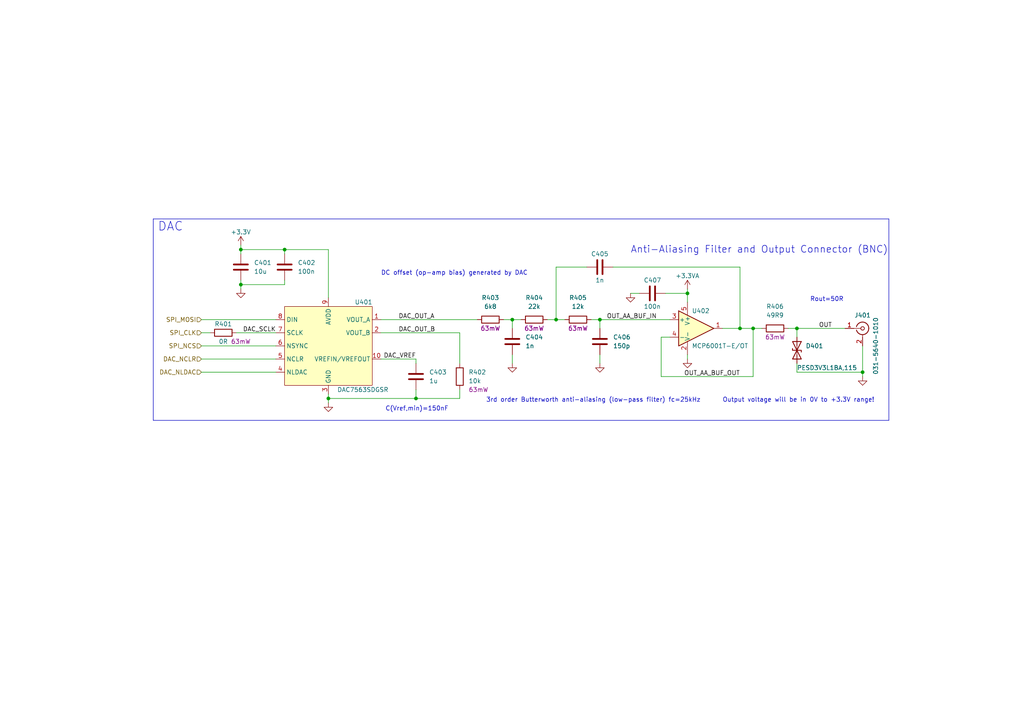
<source format=kicad_sch>
(kicad_sch (version 20230121) (generator eeschema)

  (uuid a8772c2f-5dd6-420f-a6b6-c28b10a217af)

  (paper "A4")

  (title_block
    (title "STM Audio Board")
    (date "2023-02-05")
    (rev "0.1")
    (company "LP")
  )

  (lib_symbols
    (symbol "Amplifier_Operational:MCP6001-OT" (pin_names (offset 0.127)) (in_bom yes) (on_board yes)
      (property "Reference" "U" (at -1.27 6.35 0)
        (effects (font (size 1.27 1.27)) (justify left))
      )
      (property "Value" "MCP6001-OT" (at -1.27 3.81 0)
        (effects (font (size 1.27 1.27)) (justify left))
      )
      (property "Footprint" "Package_TO_SOT_SMD:SOT-23-5" (at -2.54 -5.08 0)
        (effects (font (size 1.27 1.27)) (justify left) hide)
      )
      (property "Datasheet" "http://ww1.microchip.com/downloads/en/DeviceDoc/21733j.pdf" (at 0 5.08 0)
        (effects (font (size 1.27 1.27)) hide)
      )
      (property "ki_keywords" "single opamp" (at 0 0 0)
        (effects (font (size 1.27 1.27)) hide)
      )
      (property "ki_description" "1MHz, Low-Power Op Amp, SOT-23-5" (at 0 0 0)
        (effects (font (size 1.27 1.27)) hide)
      )
      (property "ki_fp_filters" "SOT?23*" (at 0 0 0)
        (effects (font (size 1.27 1.27)) hide)
      )
      (symbol "MCP6001-OT_0_1"
        (polyline
          (pts
            (xy -5.08 5.08)
            (xy 5.08 0)
            (xy -5.08 -5.08)
            (xy -5.08 5.08)
          )
          (stroke (width 0.254) (type default))
          (fill (type background))
        )
        (pin power_in line (at -2.54 -7.62 90) (length 3.81)
          (name "V-" (effects (font (size 1.27 1.27))))
          (number "2" (effects (font (size 1.27 1.27))))
        )
        (pin power_in line (at -2.54 7.62 270) (length 3.81)
          (name "V+" (effects (font (size 1.27 1.27))))
          (number "5" (effects (font (size 1.27 1.27))))
        )
      )
      (symbol "MCP6001-OT_1_1"
        (pin output line (at 7.62 0 180) (length 2.54)
          (name "~" (effects (font (size 1.27 1.27))))
          (number "1" (effects (font (size 1.27 1.27))))
        )
        (pin input line (at -7.62 2.54 0) (length 2.54)
          (name "+" (effects (font (size 1.27 1.27))))
          (number "3" (effects (font (size 1.27 1.27))))
        )
        (pin input line (at -7.62 -2.54 0) (length 2.54)
          (name "-" (effects (font (size 1.27 1.27))))
          (number "4" (effects (font (size 1.27 1.27))))
        )
      )
    )
    (symbol "Connector:Conn_Coaxial" (pin_names (offset 1.016) hide) (in_bom yes) (on_board yes)
      (property "Reference" "J" (at 0.254 3.048 0)
        (effects (font (size 1.27 1.27)))
      )
      (property "Value" "Conn_Coaxial" (at 2.921 0 90)
        (effects (font (size 1.27 1.27)))
      )
      (property "Footprint" "" (at 0 0 0)
        (effects (font (size 1.27 1.27)) hide)
      )
      (property "Datasheet" " ~" (at 0 0 0)
        (effects (font (size 1.27 1.27)) hide)
      )
      (property "ki_keywords" "BNC SMA SMB SMC LEMO coaxial connector CINCH RCA" (at 0 0 0)
        (effects (font (size 1.27 1.27)) hide)
      )
      (property "ki_description" "coaxial connector (BNC, SMA, SMB, SMC, Cinch/RCA, LEMO, ...)" (at 0 0 0)
        (effects (font (size 1.27 1.27)) hide)
      )
      (property "ki_fp_filters" "*BNC* *SMA* *SMB* *SMC* *Cinch* *LEMO*" (at 0 0 0)
        (effects (font (size 1.27 1.27)) hide)
      )
      (symbol "Conn_Coaxial_0_1"
        (arc (start -1.778 -0.508) (mid 0.2311 -1.8066) (end 1.778 0)
          (stroke (width 0.254) (type default))
          (fill (type none))
        )
        (polyline
          (pts
            (xy -2.54 0)
            (xy -0.508 0)
          )
          (stroke (width 0) (type default))
          (fill (type none))
        )
        (polyline
          (pts
            (xy 0 -2.54)
            (xy 0 -1.778)
          )
          (stroke (width 0) (type default))
          (fill (type none))
        )
        (circle (center 0 0) (radius 0.508)
          (stroke (width 0.2032) (type default))
          (fill (type none))
        )
        (arc (start 1.778 0) (mid 0.2099 1.8101) (end -1.778 0.508)
          (stroke (width 0.254) (type default))
          (fill (type none))
        )
      )
      (symbol "Conn_Coaxial_1_1"
        (pin passive line (at -5.08 0 0) (length 2.54)
          (name "In" (effects (font (size 1.27 1.27))))
          (number "1" (effects (font (size 1.27 1.27))))
        )
        (pin passive line (at 0 -5.08 90) (length 2.54)
          (name "Ext" (effects (font (size 1.27 1.27))))
          (number "2" (effects (font (size 1.27 1.27))))
        )
      )
    )
    (symbol "Device:C" (pin_numbers hide) (pin_names (offset 0.254)) (in_bom yes) (on_board yes)
      (property "Reference" "C" (at 0.635 2.54 0)
        (effects (font (size 1.27 1.27)) (justify left))
      )
      (property "Value" "C" (at 0.635 -2.54 0)
        (effects (font (size 1.27 1.27)) (justify left))
      )
      (property "Footprint" "" (at 0.9652 -3.81 0)
        (effects (font (size 1.27 1.27)) hide)
      )
      (property "Datasheet" "~" (at 0 0 0)
        (effects (font (size 1.27 1.27)) hide)
      )
      (property "ki_keywords" "cap capacitor" (at 0 0 0)
        (effects (font (size 1.27 1.27)) hide)
      )
      (property "ki_description" "Unpolarized capacitor" (at 0 0 0)
        (effects (font (size 1.27 1.27)) hide)
      )
      (property "ki_fp_filters" "C_*" (at 0 0 0)
        (effects (font (size 1.27 1.27)) hide)
      )
      (symbol "C_0_1"
        (polyline
          (pts
            (xy -2.032 -0.762)
            (xy 2.032 -0.762)
          )
          (stroke (width 0.508) (type default))
          (fill (type none))
        )
        (polyline
          (pts
            (xy -2.032 0.762)
            (xy 2.032 0.762)
          )
          (stroke (width 0.508) (type default))
          (fill (type none))
        )
      )
      (symbol "C_1_1"
        (pin passive line (at 0 3.81 270) (length 2.794)
          (name "~" (effects (font (size 1.27 1.27))))
          (number "1" (effects (font (size 1.27 1.27))))
        )
        (pin passive line (at 0 -3.81 90) (length 2.794)
          (name "~" (effects (font (size 1.27 1.27))))
          (number "2" (effects (font (size 1.27 1.27))))
        )
      )
    )
    (symbol "Device:D_TVS" (pin_numbers hide) (pin_names (offset 1.016) hide) (in_bom yes) (on_board yes)
      (property "Reference" "D" (at 0 2.54 0)
        (effects (font (size 1.27 1.27)))
      )
      (property "Value" "D_TVS" (at 0 -2.54 0)
        (effects (font (size 1.27 1.27)))
      )
      (property "Footprint" "" (at 0 0 0)
        (effects (font (size 1.27 1.27)) hide)
      )
      (property "Datasheet" "~" (at 0 0 0)
        (effects (font (size 1.27 1.27)) hide)
      )
      (property "ki_keywords" "diode TVS thyrector" (at 0 0 0)
        (effects (font (size 1.27 1.27)) hide)
      )
      (property "ki_description" "Bidirectional transient-voltage-suppression diode" (at 0 0 0)
        (effects (font (size 1.27 1.27)) hide)
      )
      (property "ki_fp_filters" "TO-???* *_Diode_* *SingleDiode* D_*" (at 0 0 0)
        (effects (font (size 1.27 1.27)) hide)
      )
      (symbol "D_TVS_0_1"
        (polyline
          (pts
            (xy 1.27 0)
            (xy -1.27 0)
          )
          (stroke (width 0) (type default))
          (fill (type none))
        )
        (polyline
          (pts
            (xy 0.508 1.27)
            (xy 0 1.27)
            (xy 0 -1.27)
            (xy -0.508 -1.27)
          )
          (stroke (width 0.254) (type default))
          (fill (type none))
        )
        (polyline
          (pts
            (xy -2.54 1.27)
            (xy -2.54 -1.27)
            (xy 2.54 1.27)
            (xy 2.54 -1.27)
            (xy -2.54 1.27)
          )
          (stroke (width 0.254) (type default))
          (fill (type none))
        )
      )
      (symbol "D_TVS_1_1"
        (pin passive line (at -3.81 0 0) (length 2.54)
          (name "A1" (effects (font (size 1.27 1.27))))
          (number "1" (effects (font (size 1.27 1.27))))
        )
        (pin passive line (at 3.81 0 180) (length 2.54)
          (name "A2" (effects (font (size 1.27 1.27))))
          (number "2" (effects (font (size 1.27 1.27))))
        )
      )
    )
    (symbol "Device:R" (pin_numbers hide) (pin_names (offset 0)) (in_bom yes) (on_board yes)
      (property "Reference" "R" (at 2.032 0 90)
        (effects (font (size 1.27 1.27)))
      )
      (property "Value" "R" (at 0 0 90)
        (effects (font (size 1.27 1.27)))
      )
      (property "Footprint" "" (at -1.778 0 90)
        (effects (font (size 1.27 1.27)) hide)
      )
      (property "Datasheet" "~" (at 0 0 0)
        (effects (font (size 1.27 1.27)) hide)
      )
      (property "ki_keywords" "R res resistor" (at 0 0 0)
        (effects (font (size 1.27 1.27)) hide)
      )
      (property "ki_description" "Resistor" (at 0 0 0)
        (effects (font (size 1.27 1.27)) hide)
      )
      (property "ki_fp_filters" "R_*" (at 0 0 0)
        (effects (font (size 1.27 1.27)) hide)
      )
      (symbol "R_0_1"
        (rectangle (start -1.016 -2.54) (end 1.016 2.54)
          (stroke (width 0.254) (type default))
          (fill (type none))
        )
      )
      (symbol "R_1_1"
        (pin passive line (at 0 3.81 270) (length 1.27)
          (name "~" (effects (font (size 1.27 1.27))))
          (number "1" (effects (font (size 1.27 1.27))))
        )
        (pin passive line (at 0 -3.81 90) (length 1.27)
          (name "~" (effects (font (size 1.27 1.27))))
          (number "2" (effects (font (size 1.27 1.27))))
        )
      )
    )
    (symbol "lzptr:DAC7563" (in_bom yes) (on_board yes)
      (property "Reference" "U" (at 11.43 12.7 0)
        (effects (font (size 1.27 1.27)))
      )
      (property "Value" "DAC7563" (at 8.89 -12.7 0)
        (effects (font (size 1.27 1.27)))
      )
      (property "Footprint" "" (at 0 0 0)
        (effects (font (size 1.27 1.27)) hide)
      )
      (property "Datasheet" "" (at 0 0 0)
        (effects (font (size 1.27 1.27)) hide)
      )
      (symbol "DAC7563_0_0"
        (pin output line (at -15.24 7.62 0) (length 2.54)
          (name "VOUT_A" (effects (font (size 1.27 1.27))))
          (number "1" (effects (font (size 1.27 1.27))))
        )
        (pin bidirectional line (at -15.24 -3.81 0) (length 2.54)
          (name "VREFIN/VREFOUT" (effects (font (size 1.27 1.27))))
          (number "10" (effects (font (size 1.27 1.27))))
        )
        (pin output line (at -15.24 3.81 0) (length 2.54)
          (name "VOUT_B" (effects (font (size 1.27 1.27))))
          (number "2" (effects (font (size 1.27 1.27))))
        )
        (pin power_in line (at 0 -13.97 90) (length 2.54)
          (name "GND" (effects (font (size 1.27 1.27))))
          (number "3" (effects (font (size 1.27 1.27))))
        )
        (pin input line (at 15.24 -7.62 180) (length 2.54)
          (name "NLDAC" (effects (font (size 1.27 1.27))))
          (number "4" (effects (font (size 1.27 1.27))))
        )
        (pin input line (at 15.24 -3.81 180) (length 2.54)
          (name "NCLR" (effects (font (size 1.27 1.27))))
          (number "5" (effects (font (size 1.27 1.27))))
        )
        (pin input line (at 15.24 0 180) (length 2.54)
          (name "NSYNC" (effects (font (size 1.27 1.27))))
          (number "6" (effects (font (size 1.27 1.27))))
        )
        (pin input line (at 15.24 3.81 180) (length 2.54)
          (name "SCLK" (effects (font (size 1.27 1.27))))
          (number "7" (effects (font (size 1.27 1.27))))
        )
        (pin input line (at 15.24 7.62 180) (length 2.54)
          (name "DIN" (effects (font (size 1.27 1.27))))
          (number "8" (effects (font (size 1.27 1.27))))
        )
        (pin power_in line (at 0 13.97 270) (length 2.54)
          (name "AVDD" (effects (font (size 1.27 1.27))))
          (number "9" (effects (font (size 1.27 1.27))))
        )
      )
      (symbol "DAC7563_0_1"
        (rectangle (start -12.7 11.43) (end 12.7 -11.43)
          (stroke (width 0) (type default))
          (fill (type background))
        )
      )
    )
    (symbol "power:+3.3V" (power) (pin_names (offset 0)) (in_bom yes) (on_board yes)
      (property "Reference" "#PWR" (at 0 -3.81 0)
        (effects (font (size 1.27 1.27)) hide)
      )
      (property "Value" "+3.3V" (at 0 3.556 0)
        (effects (font (size 1.27 1.27)))
      )
      (property "Footprint" "" (at 0 0 0)
        (effects (font (size 1.27 1.27)) hide)
      )
      (property "Datasheet" "" (at 0 0 0)
        (effects (font (size 1.27 1.27)) hide)
      )
      (property "ki_keywords" "global power" (at 0 0 0)
        (effects (font (size 1.27 1.27)) hide)
      )
      (property "ki_description" "Power symbol creates a global label with name \"+3.3V\"" (at 0 0 0)
        (effects (font (size 1.27 1.27)) hide)
      )
      (symbol "+3.3V_0_1"
        (polyline
          (pts
            (xy -0.762 1.27)
            (xy 0 2.54)
          )
          (stroke (width 0) (type default))
          (fill (type none))
        )
        (polyline
          (pts
            (xy 0 0)
            (xy 0 2.54)
          )
          (stroke (width 0) (type default))
          (fill (type none))
        )
        (polyline
          (pts
            (xy 0 2.54)
            (xy 0.762 1.27)
          )
          (stroke (width 0) (type default))
          (fill (type none))
        )
      )
      (symbol "+3.3V_1_1"
        (pin power_in line (at 0 0 90) (length 0) hide
          (name "+3.3V" (effects (font (size 1.27 1.27))))
          (number "1" (effects (font (size 1.27 1.27))))
        )
      )
    )
    (symbol "power:+3.3VA" (power) (pin_names (offset 0)) (in_bom yes) (on_board yes)
      (property "Reference" "#PWR" (at 0 -3.81 0)
        (effects (font (size 1.27 1.27)) hide)
      )
      (property "Value" "+3.3VA" (at 0 3.556 0)
        (effects (font (size 1.27 1.27)))
      )
      (property "Footprint" "" (at 0 0 0)
        (effects (font (size 1.27 1.27)) hide)
      )
      (property "Datasheet" "" (at 0 0 0)
        (effects (font (size 1.27 1.27)) hide)
      )
      (property "ki_keywords" "global power" (at 0 0 0)
        (effects (font (size 1.27 1.27)) hide)
      )
      (property "ki_description" "Power symbol creates a global label with name \"+3.3VA\"" (at 0 0 0)
        (effects (font (size 1.27 1.27)) hide)
      )
      (symbol "+3.3VA_0_1"
        (polyline
          (pts
            (xy -0.762 1.27)
            (xy 0 2.54)
          )
          (stroke (width 0) (type default))
          (fill (type none))
        )
        (polyline
          (pts
            (xy 0 0)
            (xy 0 2.54)
          )
          (stroke (width 0) (type default))
          (fill (type none))
        )
        (polyline
          (pts
            (xy 0 2.54)
            (xy 0.762 1.27)
          )
          (stroke (width 0) (type default))
          (fill (type none))
        )
      )
      (symbol "+3.3VA_1_1"
        (pin power_in line (at 0 0 90) (length 0) hide
          (name "+3.3VA" (effects (font (size 1.27 1.27))))
          (number "1" (effects (font (size 1.27 1.27))))
        )
      )
    )
    (symbol "power:GND" (power) (pin_names (offset 0)) (in_bom yes) (on_board yes)
      (property "Reference" "#PWR" (at 0 -6.35 0)
        (effects (font (size 1.27 1.27)) hide)
      )
      (property "Value" "GND" (at 0 -3.81 0)
        (effects (font (size 1.27 1.27)))
      )
      (property "Footprint" "" (at 0 0 0)
        (effects (font (size 1.27 1.27)) hide)
      )
      (property "Datasheet" "" (at 0 0 0)
        (effects (font (size 1.27 1.27)) hide)
      )
      (property "ki_keywords" "global power" (at 0 0 0)
        (effects (font (size 1.27 1.27)) hide)
      )
      (property "ki_description" "Power symbol creates a global label with name \"GND\" , ground" (at 0 0 0)
        (effects (font (size 1.27 1.27)) hide)
      )
      (symbol "GND_0_1"
        (polyline
          (pts
            (xy 0 0)
            (xy 0 -1.27)
            (xy 1.27 -1.27)
            (xy 0 -2.54)
            (xy -1.27 -1.27)
            (xy 0 -1.27)
          )
          (stroke (width 0) (type default))
          (fill (type none))
        )
      )
      (symbol "GND_1_1"
        (pin power_in line (at 0 0 270) (length 0) hide
          (name "GND" (effects (font (size 1.27 1.27))))
          (number "1" (effects (font (size 1.27 1.27))))
        )
      )
    )
  )

  (junction (at 199.39 85.09) (diameter 0) (color 0 0 0 0)
    (uuid 0dbea8e4-dad2-4ba6-abd9-dc0a8d42f606)
  )
  (junction (at 231.14 95.25) (diameter 0) (color 0 0 0 0)
    (uuid 0fa7d741-76f3-4b74-8b5b-ccc71b2a01ce)
  )
  (junction (at 82.55 72.39) (diameter 0) (color 0 0 0 0)
    (uuid 18965ffc-8468-4e47-8d1c-5a9fb1aeb2d6)
  )
  (junction (at 95.25 115.57) (diameter 0) (color 0 0 0 0)
    (uuid 1f34daf4-9898-4f34-8718-8202405f1643)
  )
  (junction (at 69.85 72.39) (diameter 0) (color 0 0 0 0)
    (uuid 2966da48-74af-4365-87be-102dbc43de85)
  )
  (junction (at 218.44 95.25) (diameter 0) (color 0 0 0 0)
    (uuid 3f50529f-92e4-47a7-adaa-a97250ecfd4b)
  )
  (junction (at 250.19 107.95) (diameter 0) (color 0 0 0 0)
    (uuid 3fa7a626-f156-4264-b40d-696ed8b3b95c)
  )
  (junction (at 214.63 95.25) (diameter 0) (color 0 0 0 0)
    (uuid 4325a7a0-6d2c-47a2-a2f2-bf79c8680a0c)
  )
  (junction (at 120.65 115.57) (diameter 0) (color 0 0 0 0)
    (uuid 494ac413-8046-4397-90cc-fd63f5cb217b)
  )
  (junction (at 148.59 92.71) (diameter 0) (color 0 0 0 0)
    (uuid 51907e3e-40b2-424f-bb66-edb7d2892bd3)
  )
  (junction (at 173.99 92.71) (diameter 0) (color 0 0 0 0)
    (uuid aa5cece8-9941-47fa-83de-055cf0aa6ca9)
  )
  (junction (at 161.29 92.71) (diameter 0) (color 0 0 0 0)
    (uuid d2652697-0d4e-4b0e-b578-80c8373b13e5)
  )
  (junction (at 69.85 82.55) (diameter 0) (color 0 0 0 0)
    (uuid ec89a96c-e9fe-4374-b22c-49ed1b97b6b6)
  )

  (wire (pts (xy 191.77 97.79) (xy 191.77 109.22))
    (stroke (width 0) (type default))
    (uuid 0a909049-834a-4b7b-9a57-fae67e18418c)
  )
  (wire (pts (xy 120.65 115.57) (xy 120.65 113.03))
    (stroke (width 0) (type default))
    (uuid 1079e866-26f5-4896-a7b0-bc0de4c51491)
  )
  (wire (pts (xy 133.35 96.52) (xy 110.49 96.52))
    (stroke (width 0) (type default))
    (uuid 16377864-e7e3-441e-b328-c0d18b210d40)
  )
  (wire (pts (xy 148.59 92.71) (xy 146.05 92.71))
    (stroke (width 0) (type default))
    (uuid 1654ebc0-2f87-462d-afb6-c07c2b914499)
  )
  (wire (pts (xy 69.85 71.12) (xy 69.85 72.39))
    (stroke (width 0) (type default))
    (uuid 169df207-2784-40c8-b548-a3eb0f65ef21)
  )
  (wire (pts (xy 214.63 95.25) (xy 209.55 95.25))
    (stroke (width 0) (type default))
    (uuid 16a62b22-bf39-48c7-98fa-fbd29fc1f72f)
  )
  (wire (pts (xy 58.42 100.33) (xy 80.01 100.33))
    (stroke (width 0) (type default))
    (uuid 1a0782bc-4297-492e-95a9-b8508c2ec7a5)
  )
  (wire (pts (xy 148.59 95.25) (xy 148.59 92.71))
    (stroke (width 0) (type default))
    (uuid 1bc766ee-bc0d-4f4a-b957-088bdd33ec36)
  )
  (wire (pts (xy 58.42 92.71) (xy 80.01 92.71))
    (stroke (width 0) (type default))
    (uuid 256e34d6-01a8-4e45-a1d0-2c3c13793e1b)
  )
  (wire (pts (xy 120.65 115.57) (xy 133.35 115.57))
    (stroke (width 0) (type default))
    (uuid 2af35642-d0da-41a5-9fdd-5aeca0edc89b)
  )
  (wire (pts (xy 173.99 102.87) (xy 173.99 105.41))
    (stroke (width 0) (type default))
    (uuid 2c7f7042-729f-4259-b3cf-547314e4aa0e)
  )
  (wire (pts (xy 58.42 104.14) (xy 80.01 104.14))
    (stroke (width 0) (type default))
    (uuid 30e42fc5-1ec0-465f-81ed-6de70234637f)
  )
  (wire (pts (xy 161.29 77.47) (xy 170.18 77.47))
    (stroke (width 0) (type default))
    (uuid 31592e45-6be0-4c36-899d-7700d88261b3)
  )
  (wire (pts (xy 161.29 92.71) (xy 161.29 77.47))
    (stroke (width 0) (type default))
    (uuid 3815ade2-6f23-4dac-8b45-ede2fb407521)
  )
  (wire (pts (xy 199.39 85.09) (xy 199.39 87.63))
    (stroke (width 0) (type default))
    (uuid 3b52c1f0-318b-46da-892c-3eee8dfda97d)
  )
  (wire (pts (xy 220.98 95.25) (xy 218.44 95.25))
    (stroke (width 0) (type default))
    (uuid 3cbb474a-2cbc-43d1-8993-43a5426595cb)
  )
  (wire (pts (xy 95.25 115.57) (xy 120.65 115.57))
    (stroke (width 0) (type default))
    (uuid 3d4e5c7a-4de2-4eaa-87fb-f0432d168312)
  )
  (wire (pts (xy 95.25 72.39) (xy 95.25 86.36))
    (stroke (width 0) (type default))
    (uuid 3d93e570-d1e5-4d68-a205-370f3c6c640a)
  )
  (wire (pts (xy 95.25 116.84) (xy 95.25 115.57))
    (stroke (width 0) (type default))
    (uuid 421cba40-3b99-4e2c-9767-c489556d1e8b)
  )
  (wire (pts (xy 231.14 95.25) (xy 245.11 95.25))
    (stroke (width 0) (type default))
    (uuid 5053a38a-22c7-418e-8571-7b4ca736bc26)
  )
  (wire (pts (xy 231.14 97.79) (xy 231.14 95.25))
    (stroke (width 0) (type default))
    (uuid 527355b6-0293-4b12-b9fd-9255adbc6bc3)
  )
  (wire (pts (xy 69.85 82.55) (xy 82.55 82.55))
    (stroke (width 0) (type default))
    (uuid 57cb9f59-ab7b-4a55-9f4e-426f97fa8afb)
  )
  (wire (pts (xy 228.6 95.25) (xy 231.14 95.25))
    (stroke (width 0) (type default))
    (uuid 5f08e357-e316-4447-a017-51892fa84960)
  )
  (wire (pts (xy 177.8 77.47) (xy 214.63 77.47))
    (stroke (width 0) (type default))
    (uuid 5f7b6c7e-e847-46e2-9e33-52f7d6ddb932)
  )
  (wire (pts (xy 82.55 82.55) (xy 82.55 81.28))
    (stroke (width 0) (type default))
    (uuid 66f83b79-b817-4c89-95dd-d760ee60b76d)
  )
  (wire (pts (xy 161.29 92.71) (xy 158.75 92.71))
    (stroke (width 0) (type default))
    (uuid 6bf75513-9f8e-4089-b9e8-601f95c2dd02)
  )
  (wire (pts (xy 69.85 83.82) (xy 69.85 82.55))
    (stroke (width 0) (type default))
    (uuid 6e4c03d6-5a0d-4e45-95b6-3b6d4acb9260)
  )
  (wire (pts (xy 214.63 77.47) (xy 214.63 95.25))
    (stroke (width 0) (type default))
    (uuid 6e967cd8-f59d-4842-9619-675edc171f65)
  )
  (wire (pts (xy 133.35 115.57) (xy 133.35 113.03))
    (stroke (width 0) (type default))
    (uuid 6f14b62d-bcec-49c9-966f-de407591aebc)
  )
  (wire (pts (xy 173.99 95.25) (xy 173.99 92.71))
    (stroke (width 0) (type default))
    (uuid 701f13c2-cae4-44d3-b093-5737275d453d)
  )
  (wire (pts (xy 151.13 92.71) (xy 148.59 92.71))
    (stroke (width 0) (type default))
    (uuid 71b67dc8-f0e3-47cf-ad51-e6c7384d3147)
  )
  (wire (pts (xy 133.35 105.41) (xy 133.35 96.52))
    (stroke (width 0) (type default))
    (uuid 7774adb1-0f20-4c81-8ff5-5e04f460964c)
  )
  (wire (pts (xy 163.83 92.71) (xy 161.29 92.71))
    (stroke (width 0) (type default))
    (uuid 7b57dbbf-de74-46a7-8a81-88b57929d94a)
  )
  (wire (pts (xy 194.31 97.79) (xy 191.77 97.79))
    (stroke (width 0) (type default))
    (uuid 7d9a07f3-225f-40d1-91f6-c7848ef4cc30)
  )
  (wire (pts (xy 194.31 92.71) (xy 173.99 92.71))
    (stroke (width 0) (type default))
    (uuid 7ddaffce-f39c-4931-b73b-840c1aed7774)
  )
  (wire (pts (xy 199.39 104.14) (xy 199.39 102.87))
    (stroke (width 0) (type default))
    (uuid 7e853994-2e1c-4bcd-9bd7-7f1c7b466c31)
  )
  (polyline (pts (xy 44.45 63.5) (xy 44.45 121.92))
    (stroke (width 0) (type default))
    (uuid 83edde0f-e1be-449d-ae84-b4cd3043745a)
  )

  (wire (pts (xy 182.88 85.09) (xy 185.42 85.09))
    (stroke (width 0) (type default))
    (uuid 8ac3c970-b6c6-4b8d-8c48-ea142571e3cb)
  )
  (wire (pts (xy 173.99 92.71) (xy 171.45 92.71))
    (stroke (width 0) (type default))
    (uuid 8b3855bb-3c6b-415b-975f-8af98121bee5)
  )
  (wire (pts (xy 199.39 85.09) (xy 199.39 83.82))
    (stroke (width 0) (type default))
    (uuid 8b7ea40c-bff1-4e3d-a7ea-f2e55269d43f)
  )
  (wire (pts (xy 231.14 107.95) (xy 231.14 105.41))
    (stroke (width 0) (type default))
    (uuid 8bec97d5-f8e3-47ec-8a43-54c9f0a67f27)
  )
  (polyline (pts (xy 44.45 121.92) (xy 257.81 121.92))
    (stroke (width 0) (type default))
    (uuid 8d461b7d-be99-4577-bf46-818918671746)
  )

  (wire (pts (xy 95.25 115.57) (xy 95.25 114.3))
    (stroke (width 0) (type default))
    (uuid 906499a1-98ee-402d-af4b-288b2cc1c016)
  )
  (wire (pts (xy 80.01 96.52) (xy 68.58 96.52))
    (stroke (width 0) (type default))
    (uuid 9268e3e8-d594-4152-aecc-d443d8bb58c5)
  )
  (wire (pts (xy 69.85 72.39) (xy 82.55 72.39))
    (stroke (width 0) (type default))
    (uuid 984e4137-6bc5-4cef-8f63-1866dd76aa54)
  )
  (wire (pts (xy 82.55 72.39) (xy 95.25 72.39))
    (stroke (width 0) (type default))
    (uuid 99caffe4-e067-43e9-bbdf-da83581ac3db)
  )
  (wire (pts (xy 60.96 96.52) (xy 58.42 96.52))
    (stroke (width 0) (type default))
    (uuid 9abe23ce-4b4f-45e4-a34b-8e8746e4198b)
  )
  (wire (pts (xy 250.19 100.33) (xy 250.19 107.95))
    (stroke (width 0) (type default))
    (uuid a6172282-6f24-42fd-8a91-a5a8cdaba7b1)
  )
  (wire (pts (xy 148.59 102.87) (xy 148.59 105.41))
    (stroke (width 0) (type default))
    (uuid a858dc9d-27a5-471f-ae97-0c3e291c29ff)
  )
  (polyline (pts (xy 257.81 63.5) (xy 44.45 63.5))
    (stroke (width 0) (type default))
    (uuid ad29bd59-ed05-4600-a291-7309d6f82bfd)
  )

  (wire (pts (xy 58.42 107.95) (xy 80.01 107.95))
    (stroke (width 0) (type default))
    (uuid b355cf3c-f3bb-43d2-89e3-9d17bdfbb142)
  )
  (wire (pts (xy 69.85 82.55) (xy 69.85 81.28))
    (stroke (width 0) (type default))
    (uuid b4e06f37-c2cc-4e06-b5e8-32edd0e3a88a)
  )
  (wire (pts (xy 120.65 105.41) (xy 120.65 104.14))
    (stroke (width 0) (type default))
    (uuid be13774b-5555-4d26-9b79-aaed9cf6675c)
  )
  (wire (pts (xy 218.44 95.25) (xy 214.63 95.25))
    (stroke (width 0) (type default))
    (uuid c65951a2-1699-40f7-b2df-9ba381e6e3ce)
  )
  (wire (pts (xy 218.44 109.22) (xy 218.44 95.25))
    (stroke (width 0) (type default))
    (uuid cd4ad758-067b-4710-aa36-f4c3184b4843)
  )
  (wire (pts (xy 138.43 92.71) (xy 110.49 92.71))
    (stroke (width 0) (type default))
    (uuid d81b19c3-33c3-4008-8b5f-1f740e8a24c3)
  )
  (wire (pts (xy 82.55 72.39) (xy 82.55 73.66))
    (stroke (width 0) (type default))
    (uuid da6c5c61-56dd-400d-8896-c7cd48df2b89)
  )
  (wire (pts (xy 69.85 72.39) (xy 69.85 73.66))
    (stroke (width 0) (type default))
    (uuid dfc26b46-2e70-49be-a9a4-91ad344cd024)
  )
  (wire (pts (xy 191.77 109.22) (xy 218.44 109.22))
    (stroke (width 0) (type default))
    (uuid e0a00cfd-c97f-4524-838a-5f9fb9df8708)
  )
  (polyline (pts (xy 257.81 121.92) (xy 257.81 63.5))
    (stroke (width 0) (type default))
    (uuid eaace88c-2f94-4569-8572-e04062eda2de)
  )

  (wire (pts (xy 120.65 104.14) (xy 110.49 104.14))
    (stroke (width 0) (type default))
    (uuid ed812ebf-a77e-41aa-9e70-9cf546e8d2fc)
  )
  (wire (pts (xy 231.14 107.95) (xy 250.19 107.95))
    (stroke (width 0) (type default))
    (uuid f2e672c4-3cb9-4bc0-8592-dc5776082710)
  )
  (wire (pts (xy 193.04 85.09) (xy 199.39 85.09))
    (stroke (width 0) (type default))
    (uuid f4e846a2-a22f-48f9-b1c4-d5abe5e4ca2a)
  )
  (wire (pts (xy 250.19 107.95) (xy 250.19 109.22))
    (stroke (width 0) (type default))
    (uuid f7b68a35-492c-4fbd-ad6a-1c0b6c3407b5)
  )

  (text "DC offset (op-amp bias) generated by DAC" (at 110.49 80.01 0)
    (effects (font (size 1.27 1.27)) (justify left bottom))
    (uuid 04144dcb-462c-4e91-a2e2-281f7304b7da)
  )
  (text "Rout=50R" (at 234.95 87.63 0)
    (effects (font (size 1.27 1.27)) (justify left bottom))
    (uuid 1b3b0a82-d97c-4f8a-8aa1-12252fe60d78)
  )
  (text "Output voltage will be in 0V to +3.3V range!" (at 209.55 116.84 0)
    (effects (font (size 1.27 1.27)) (justify left bottom))
    (uuid 37fd2311-7149-423b-b4d3-3ddefeb76bff)
  )
  (text "C(Vref,min)=150nF" (at 111.76 119.38 0)
    (effects (font (size 1.27 1.27)) (justify left bottom))
    (uuid 3aa0ffd7-d2aa-4d0a-ae4b-905365e6afec)
  )
  (text "Anti-Aliasing Filter and Output Connector (BNC)" (at 182.88 73.66 0)
    (effects (font (size 2.0066 2.0066)) (justify left bottom))
    (uuid 51947964-d8e5-45c0-8293-35002078ed3b)
  )
  (text "3rd order Butterworth anti-aliasing (low-pass filter) fc=25kHz"
    (at 140.97 116.84 0)
    (effects (font (size 1.27 1.27)) (justify left bottom))
    (uuid 99894fb3-4e84-4453-902e-17a55812c2d8)
  )
  (text "DAC\n" (at 45.72 67.31 0)
    (effects (font (size 2.54 2.54)) (justify left bottom))
    (uuid d09fc186-94b5-4e13-8a20-8186b2ae7fdf)
  )

  (label "OUT_AA_BUF_OUT" (at 214.63 109.22 180) (fields_autoplaced)
    (effects (font (size 1.27 1.27)) (justify right bottom))
    (uuid 0143ce32-122c-48b8-8178-e02fd0dffa1a)
  )
  (label "DAC_OUT_B" (at 115.57 96.52 0) (fields_autoplaced)
    (effects (font (size 1.27 1.27)) (justify left bottom))
    (uuid 09cfa3cc-2d42-4522-8e92-79ea7ccec364)
  )
  (label "DAC_OUT_A" (at 115.57 92.71 0) (fields_autoplaced)
    (effects (font (size 1.27 1.27)) (justify left bottom))
    (uuid 0ee6f65c-e68a-4634-8719-9466b0da3917)
  )
  (label "DAC_VREF" (at 120.65 104.14 180) (fields_autoplaced)
    (effects (font (size 1.27 1.27)) (justify right bottom))
    (uuid 40688526-34d0-42c7-981a-0a319e9a0edc)
  )
  (label "OUT_AA_BUF_IN" (at 190.5 92.71 180) (fields_autoplaced)
    (effects (font (size 1.27 1.27)) (justify right bottom))
    (uuid 446e0581-0363-44fb-89f6-1b76ed0baf76)
  )
  (label "OUT" (at 237.49 95.25 0) (fields_autoplaced)
    (effects (font (size 1.27 1.27)) (justify left bottom))
    (uuid 69ee8b60-169c-45fa-92d0-b198e84511b9)
  )
  (label "DAC_SCLK" (at 80.01 96.52 180) (fields_autoplaced)
    (effects (font (size 1.27 1.27)) (justify right bottom))
    (uuid 6a07fac4-ff43-40f2-b0cd-8cd44ebd3851)
  )

  (hierarchical_label "SPI_MOSI" (shape input) (at 58.42 92.71 180) (fields_autoplaced)
    (effects (font (size 1.27 1.27)) (justify right))
    (uuid 0e998998-a070-4d69-960b-9fb5c65597be)
  )
  (hierarchical_label "SPI_CLK" (shape input) (at 58.42 96.52 180) (fields_autoplaced)
    (effects (font (size 1.27 1.27)) (justify right))
    (uuid 2274603f-acc0-4569-bf21-ba9ef0654c36)
  )
  (hierarchical_label "DAC_NCLR" (shape input) (at 58.42 104.14 180) (fields_autoplaced)
    (effects (font (size 1.27 1.27)) (justify right))
    (uuid 65e8f515-a0a2-42a6-ac6f-7852f5448f93)
  )
  (hierarchical_label "SPI_NCS" (shape input) (at 58.42 100.33 180) (fields_autoplaced)
    (effects (font (size 1.27 1.27)) (justify right))
    (uuid 81af1b73-dcdd-4841-adde-d54f2de4e9de)
  )
  (hierarchical_label "DAC_NLDAC" (shape input) (at 58.42 107.95 180) (fields_autoplaced)
    (effects (font (size 1.27 1.27)) (justify right))
    (uuid f74a1161-cf52-4df3-9f17-f93c7b8c27df)
  )

  (symbol (lib_id "Device:R") (at 142.24 92.71 270) (unit 1)
    (in_bom yes) (on_board yes) (dnp no)
    (uuid 18904a2b-8847-4844-87e9-729cc2e73a45)
    (property "Reference" "R403" (at 142.24 86.36 90)
      (effects (font (size 1.27 1.27)))
    )
    (property "Value" "6k8" (at 142.24 88.9 90)
      (effects (font (size 1.27 1.27)))
    )
    (property "Footprint" "Resistor_SMD:R_0402_1005Metric" (at 142.24 90.932 90)
      (effects (font (size 1.27 1.27)) hide)
    )
    (property "Datasheet" "~" (at 142.24 92.71 0)
      (effects (font (size 1.27 1.27)) hide)
    )
    (property "Rating" "63mW" (at 142.24 95.25 90)
      (effects (font (size 1.27 1.27)))
    )
    (pin "1" (uuid cdc7d981-54e9-4b4d-84be-db2a6b850bcf))
    (pin "2" (uuid 54832739-5c5e-4402-b716-6f18729681b2))
    (instances
      (project "STM_audioBoard"
        (path "/ef85fc54-329f-434a-8339-262c7e24e2e9/a834fb14-b3a1-4fa1-8c02-1fdc386616f0"
          (reference "R403") (unit 1)
        )
      )
    )
  )

  (symbol (lib_id "Device:R") (at 133.35 109.22 0) (unit 1)
    (in_bom yes) (on_board yes) (dnp no)
    (uuid 21f1baa6-bb69-4c2a-b927-30ae03dbe86c)
    (property "Reference" "R402" (at 135.89 107.95 0)
      (effects (font (size 1.27 1.27)) (justify left))
    )
    (property "Value" "10k" (at 135.89 110.49 0)
      (effects (font (size 1.27 1.27)) (justify left))
    )
    (property "Footprint" "Resistor_SMD:R_0402_1005Metric" (at 131.572 109.22 90)
      (effects (font (size 1.27 1.27)) hide)
    )
    (property "Datasheet" "~" (at 133.35 109.22 0)
      (effects (font (size 1.27 1.27)) hide)
    )
    (property "Rating" "63mW" (at 135.89 113.03 0)
      (effects (font (size 1.27 1.27)) (justify left))
    )
    (pin "1" (uuid 3c8f5e3f-4e47-4c5c-a60f-94b4de665c36))
    (pin "2" (uuid 9ad2bf20-cbb3-4de3-ae32-99ef60acb086))
    (instances
      (project "STM_audioBoard"
        (path "/ef85fc54-329f-434a-8339-262c7e24e2e9/a834fb14-b3a1-4fa1-8c02-1fdc386616f0"
          (reference "R402") (unit 1)
        )
      )
    )
  )

  (symbol (lib_id "power:GND") (at 95.25 116.84 0) (mirror y) (unit 1)
    (in_bom yes) (on_board yes) (dnp no)
    (uuid 25f20955-a43a-4d1d-beb8-46958ac5a20e)
    (property "Reference" "#PWR0403" (at 95.25 123.19 0)
      (effects (font (size 1.27 1.27)) hide)
    )
    (property "Value" "GND" (at 95.25 120.65 0)
      (effects (font (size 1.27 1.27)) hide)
    )
    (property "Footprint" "" (at 95.25 116.84 0)
      (effects (font (size 1.27 1.27)) hide)
    )
    (property "Datasheet" "" (at 95.25 116.84 0)
      (effects (font (size 1.27 1.27)) hide)
    )
    (pin "1" (uuid 7e546854-a561-4d85-84a5-8a2f8817114d))
    (instances
      (project "STM_audioBoard"
        (path "/ef85fc54-329f-434a-8339-262c7e24e2e9/a834fb14-b3a1-4fa1-8c02-1fdc386616f0"
          (reference "#PWR0403") (unit 1)
        )
      )
    )
  )

  (symbol (lib_id "power:GND") (at 148.59 105.41 0) (unit 1)
    (in_bom yes) (on_board yes) (dnp no)
    (uuid 39e26c0e-8f2d-4204-a00f-f0a5d8d06794)
    (property "Reference" "#PWR0404" (at 148.59 111.76 0)
      (effects (font (size 1.27 1.27)) hide)
    )
    (property "Value" "GND" (at 148.59 109.22 0)
      (effects (font (size 1.27 1.27)) hide)
    )
    (property "Footprint" "" (at 148.59 105.41 0)
      (effects (font (size 1.27 1.27)) hide)
    )
    (property "Datasheet" "" (at 148.59 105.41 0)
      (effects (font (size 1.27 1.27)) hide)
    )
    (pin "1" (uuid fc36e57b-a3fc-4382-a70b-866861c09036))
    (instances
      (project "STM_audioBoard"
        (path "/ef85fc54-329f-434a-8339-262c7e24e2e9/a834fb14-b3a1-4fa1-8c02-1fdc386616f0"
          (reference "#PWR0404") (unit 1)
        )
      )
    )
  )

  (symbol (lib_id "power:GND") (at 250.19 109.22 0) (unit 1)
    (in_bom yes) (on_board yes) (dnp no)
    (uuid 3bd5e9f2-a381-4576-b700-cf98267b73e8)
    (property "Reference" "#PWR0409" (at 250.19 115.57 0)
      (effects (font (size 1.27 1.27)) hide)
    )
    (property "Value" "GND" (at 250.19 113.03 0)
      (effects (font (size 1.27 1.27)) hide)
    )
    (property "Footprint" "" (at 250.19 109.22 0)
      (effects (font (size 1.27 1.27)) hide)
    )
    (property "Datasheet" "" (at 250.19 109.22 0)
      (effects (font (size 1.27 1.27)) hide)
    )
    (pin "1" (uuid d884fd23-fc51-4cbc-9681-ffd99d8a7205))
    (instances
      (project "STM_audioBoard"
        (path "/ef85fc54-329f-434a-8339-262c7e24e2e9/a834fb14-b3a1-4fa1-8c02-1fdc386616f0"
          (reference "#PWR0409") (unit 1)
        )
      )
    )
  )

  (symbol (lib_id "power:+3.3VA") (at 199.39 83.82 0) (unit 1)
    (in_bom yes) (on_board yes) (dnp no)
    (uuid 463f3f6a-00b7-49d1-a413-73126cd0dee1)
    (property "Reference" "#PWR0407" (at 199.39 87.63 0)
      (effects (font (size 1.27 1.27)) hide)
    )
    (property "Value" "+3.3VA" (at 199.39 80.01 0)
      (effects (font (size 1.27 1.27)))
    )
    (property "Footprint" "" (at 199.39 83.82 0)
      (effects (font (size 1.27 1.27)) hide)
    )
    (property "Datasheet" "" (at 199.39 83.82 0)
      (effects (font (size 1.27 1.27)) hide)
    )
    (pin "1" (uuid b5fd0b1e-5147-4d2b-abbf-43d281ceef00))
    (instances
      (project "STM_audioBoard"
        (path "/ef85fc54-329f-434a-8339-262c7e24e2e9/a834fb14-b3a1-4fa1-8c02-1fdc386616f0"
          (reference "#PWR0407") (unit 1)
        )
      )
    )
  )

  (symbol (lib_id "Connector:Conn_Coaxial") (at 250.19 95.25 0) (unit 1)
    (in_bom yes) (on_board yes) (dnp no)
    (uuid 4a4fa2a4-296e-4b02-90c5-d0a64cab0405)
    (property "Reference" "J401" (at 250.19 91.44 0)
      (effects (font (size 1.27 1.27)))
    )
    (property "Value" "031-5640-1010" (at 254 100.33 90)
      (effects (font (size 1.27 1.27)))
    )
    (property "Footprint" "lzptr:AMPHENOL-BNC-031-5640-1010" (at 250.19 95.25 0)
      (effects (font (size 1.27 1.27)) hide)
    )
    (property "Datasheet" " ~" (at 250.19 95.25 0)
      (effects (font (size 1.27 1.27)) hide)
    )
    (property "LCSC Part #" "" (at 250.19 95.25 0)
      (effects (font (size 1.27 1.27)) hide)
    )
    (pin "1" (uuid acf55cda-e342-4646-8edc-043a6f0d46c2))
    (pin "2" (uuid 10f20337-146b-4f20-9f8d-6fd6866e2a9a))
    (instances
      (project "STM_audioBoard"
        (path "/ef85fc54-329f-434a-8339-262c7e24e2e9/a834fb14-b3a1-4fa1-8c02-1fdc386616f0"
          (reference "J401") (unit 1)
        )
      )
    )
  )

  (symbol (lib_id "power:GND") (at 199.39 104.14 0) (unit 1)
    (in_bom yes) (on_board yes) (dnp no)
    (uuid 4ceb293e-1b30-4c95-a085-8f12c263ae1f)
    (property "Reference" "#PWR0408" (at 199.39 110.49 0)
      (effects (font (size 1.27 1.27)) hide)
    )
    (property "Value" "GND" (at 199.39 107.95 0)
      (effects (font (size 1.27 1.27)) hide)
    )
    (property "Footprint" "" (at 199.39 104.14 0)
      (effects (font (size 1.27 1.27)) hide)
    )
    (property "Datasheet" "" (at 199.39 104.14 0)
      (effects (font (size 1.27 1.27)) hide)
    )
    (pin "1" (uuid b9401aef-4604-4ac8-bb14-1f030d3c797e))
    (instances
      (project "STM_audioBoard"
        (path "/ef85fc54-329f-434a-8339-262c7e24e2e9/a834fb14-b3a1-4fa1-8c02-1fdc386616f0"
          (reference "#PWR0408") (unit 1)
        )
      )
    )
  )

  (symbol (lib_id "power:+3.3V") (at 69.85 71.12 0) (unit 1)
    (in_bom yes) (on_board yes) (dnp no)
    (uuid 688a6888-a7ea-4205-8284-287c418f8e6d)
    (property "Reference" "#PWR0115" (at 69.85 74.93 0)
      (effects (font (size 1.27 1.27)) hide)
    )
    (property "Value" "+3.3V" (at 69.85 67.31 0)
      (effects (font (size 1.27 1.27)))
    )
    (property "Footprint" "" (at 69.85 71.12 0)
      (effects (font (size 1.27 1.27)) hide)
    )
    (property "Datasheet" "" (at 69.85 71.12 0)
      (effects (font (size 1.27 1.27)) hide)
    )
    (pin "1" (uuid 1327bc3a-543e-4353-b4d6-9e956c29418f))
    (instances
      (project "STM_audioBoard"
        (path "/ef85fc54-329f-434a-8339-262c7e24e2e9/8b86c5bb-c0fc-4d5a-91aa-2ce0ad602b27"
          (reference "#PWR0115") (unit 1)
        )
        (path "/ef85fc54-329f-434a-8339-262c7e24e2e9/a834fb14-b3a1-4fa1-8c02-1fdc386616f0"
          (reference "#PWR0133") (unit 1)
        )
      )
    )
  )

  (symbol (lib_id "Device:C") (at 189.23 85.09 270) (unit 1)
    (in_bom yes) (on_board yes) (dnp no)
    (uuid 696c693e-659a-4ef5-a5e5-87a820d8799d)
    (property "Reference" "C407" (at 186.69 81.28 90)
      (effects (font (size 1.27 1.27)) (justify left))
    )
    (property "Value" "100n" (at 186.69 88.9 90)
      (effects (font (size 1.27 1.27)) (justify left))
    )
    (property "Footprint" "Capacitor_SMD:C_0402_1005Metric" (at 185.42 86.0552 0)
      (effects (font (size 1.27 1.27)) hide)
    )
    (property "Datasheet" "~" (at 189.23 85.09 0)
      (effects (font (size 1.27 1.27)) hide)
    )
    (property "MPN" "CC0402KRX5R6BB104" (at 189.23 85.09 0)
      (effects (font (size 1.27 1.27)) hide)
    )
    (property "Rating" "10V" (at 189.23 85.09 0)
      (effects (font (size 1.27 1.27)) hide)
    )
    (pin "1" (uuid c632e3f4-30d1-4e1b-a391-3f3bd1028962))
    (pin "2" (uuid a5f8e3b8-f51e-410b-b8e1-168f3c63d0ce))
    (instances
      (project "STM_audioBoard"
        (path "/ef85fc54-329f-434a-8339-262c7e24e2e9/a834fb14-b3a1-4fa1-8c02-1fdc386616f0"
          (reference "C407") (unit 1)
        )
      )
    )
  )

  (symbol (lib_id "Amplifier_Operational:MCP6001-OT") (at 201.93 95.25 0) (unit 1)
    (in_bom yes) (on_board yes) (dnp no)
    (uuid 697aea2e-13f7-4e5b-99c7-ef91bffa37c4)
    (property "Reference" "U402" (at 200.66 90.17 0)
      (effects (font (size 1.27 1.27)) (justify left))
    )
    (property "Value" "MCP6001T-E/OT" (at 200.66 100.33 0)
      (effects (font (size 1.27 1.27)) (justify left))
    )
    (property "Footprint" "Package_TO_SOT_SMD:SOT-23-5" (at 199.39 100.33 0)
      (effects (font (size 1.27 1.27)) (justify left) hide)
    )
    (property "Datasheet" "http://ww1.microchip.com/downloads/en/DeviceDoc/21733j.pdf" (at 201.93 90.17 0)
      (effects (font (size 1.27 1.27)) hide)
    )
    (pin "2" (uuid 0cfaeddc-b42d-4fd4-9b67-756bda74bbe4))
    (pin "5" (uuid ef3928a4-9428-4889-a239-66d0d5d49650))
    (pin "1" (uuid 628d962f-46af-42b0-aee2-759203320699))
    (pin "3" (uuid 291839fe-e2f8-4bc7-8961-97d48a8194a3))
    (pin "4" (uuid 4e8d9c7e-2fd8-4851-af0d-856df24e30da))
    (instances
      (project "STM_audioBoard"
        (path "/ef85fc54-329f-434a-8339-262c7e24e2e9/a834fb14-b3a1-4fa1-8c02-1fdc386616f0"
          (reference "U402") (unit 1)
        )
      )
    )
  )

  (symbol (lib_id "Device:C") (at 69.85 77.47 0) (unit 1)
    (in_bom yes) (on_board yes) (dnp no)
    (uuid 709552bd-7201-4b1c-b0ca-1ef9acff2b4b)
    (property "Reference" "C401" (at 73.66 76.2 0)
      (effects (font (size 1.27 1.27)) (justify left))
    )
    (property "Value" "10u" (at 73.66 78.74 0)
      (effects (font (size 1.27 1.27)) (justify left))
    )
    (property "Footprint" "Capacitor_SMD:C_0603_1608Metric" (at 70.8152 81.28 0)
      (effects (font (size 1.27 1.27)) hide)
    )
    (property "Datasheet" "~" (at 69.85 77.47 0)
      (effects (font (size 1.27 1.27)) hide)
    )
    (pin "1" (uuid 217c49c8-6767-4b9b-ad4f-c5b729737c6a))
    (pin "2" (uuid fa995b6b-0473-46a2-9268-aff1ea88d576))
    (instances
      (project "STM_audioBoard"
        (path "/ef85fc54-329f-434a-8339-262c7e24e2e9/a834fb14-b3a1-4fa1-8c02-1fdc386616f0"
          (reference "C401") (unit 1)
        )
      )
    )
  )

  (symbol (lib_id "power:GND") (at 182.88 85.09 0) (unit 1)
    (in_bom yes) (on_board yes) (dnp no)
    (uuid 7d2e3fb5-09d0-44a9-80b6-a9eea1714e12)
    (property "Reference" "#PWR0406" (at 182.88 91.44 0)
      (effects (font (size 1.27 1.27)) hide)
    )
    (property "Value" "GND" (at 182.88 88.9 0)
      (effects (font (size 1.27 1.27)) hide)
    )
    (property "Footprint" "" (at 182.88 85.09 0)
      (effects (font (size 1.27 1.27)) hide)
    )
    (property "Datasheet" "" (at 182.88 85.09 0)
      (effects (font (size 1.27 1.27)) hide)
    )
    (pin "1" (uuid 6422f11a-e70d-4dff-8448-038d2014bb14))
    (instances
      (project "STM_audioBoard"
        (path "/ef85fc54-329f-434a-8339-262c7e24e2e9/a834fb14-b3a1-4fa1-8c02-1fdc386616f0"
          (reference "#PWR0406") (unit 1)
        )
      )
    )
  )

  (symbol (lib_id "Device:C") (at 173.99 99.06 0) (unit 1)
    (in_bom yes) (on_board yes) (dnp no)
    (uuid 930daeba-e89c-4d3b-96d8-3d228c299d5e)
    (property "Reference" "C406" (at 177.8 97.79 0)
      (effects (font (size 1.27 1.27)) (justify left))
    )
    (property "Value" "150p" (at 177.8 100.33 0)
      (effects (font (size 1.27 1.27)) (justify left))
    )
    (property "Footprint" "Capacitor_SMD:C_0402_1005Metric" (at 174.9552 102.87 0)
      (effects (font (size 1.27 1.27)) hide)
    )
    (property "Datasheet" "~" (at 173.99 99.06 0)
      (effects (font (size 1.27 1.27)) hide)
    )
    (pin "1" (uuid eb3254fb-cdd4-4e64-9dd7-0e1f0aff9387))
    (pin "2" (uuid f7299104-1467-4038-878c-89094a02b16d))
    (instances
      (project "STM_audioBoard"
        (path "/ef85fc54-329f-434a-8339-262c7e24e2e9/a834fb14-b3a1-4fa1-8c02-1fdc386616f0"
          (reference "C406") (unit 1)
        )
      )
    )
  )

  (symbol (lib_id "power:GND") (at 69.85 83.82 0) (mirror y) (unit 1)
    (in_bom yes) (on_board yes) (dnp no)
    (uuid 95a0d0bb-d214-43b8-a893-dbe21643fd61)
    (property "Reference" "#PWR0402" (at 69.85 90.17 0)
      (effects (font (size 1.27 1.27)) hide)
    )
    (property "Value" "GND" (at 69.85 87.63 0)
      (effects (font (size 1.27 1.27)) hide)
    )
    (property "Footprint" "" (at 69.85 83.82 0)
      (effects (font (size 1.27 1.27)) hide)
    )
    (property "Datasheet" "" (at 69.85 83.82 0)
      (effects (font (size 1.27 1.27)) hide)
    )
    (pin "1" (uuid 84fc0bd6-02a5-4b44-b043-1713d87c4ba5))
    (instances
      (project "STM_audioBoard"
        (path "/ef85fc54-329f-434a-8339-262c7e24e2e9/a834fb14-b3a1-4fa1-8c02-1fdc386616f0"
          (reference "#PWR0402") (unit 1)
        )
      )
    )
  )

  (symbol (lib_id "lzptr:DAC7563") (at 95.25 100.33 0) (mirror y) (unit 1)
    (in_bom yes) (on_board yes) (dnp no)
    (uuid 99d2299e-43da-4bb5-af39-6364912cc47a)
    (property "Reference" "U401" (at 102.87 87.63 0)
      (effects (font (size 1.27 1.27)) (justify right))
    )
    (property "Value" "DAC7563SDGSR" (at 97.79 113.03 0)
      (effects (font (size 1.27 1.27)) (justify right))
    )
    (property "Footprint" "lzptr:VSSOP-10" (at 95.25 100.33 0)
      (effects (font (size 1.27 1.27)) hide)
    )
    (property "Datasheet" "" (at 95.25 100.33 0)
      (effects (font (size 1.27 1.27)) hide)
    )
    (property "Rating" "" (at 95.25 100.33 0)
      (effects (font (size 1.27 1.27)))
    )
    (property "MPN" "DAC7563SDGSR" (at 95.25 100.33 0)
      (effects (font (size 1.27 1.27)) hide)
    )
    (pin "1" (uuid 1929c138-5bf4-44d7-b426-693e8b600e68))
    (pin "10" (uuid 16003bf7-2bc0-4883-8fe9-dcdeadd9c687))
    (pin "2" (uuid e5da7c63-b1f6-4d12-bf2a-28f3b257a54d))
    (pin "3" (uuid fc3d7931-8990-4dc2-b7ab-7b4712f63f23))
    (pin "4" (uuid 85b88272-38f2-480f-8a2d-7de7f934606c))
    (pin "5" (uuid 3909ab44-9e96-4aa3-b5e1-4a8ee5a92eb3))
    (pin "6" (uuid a26f1206-e889-4aa2-aa6e-f20c4098b84e))
    (pin "7" (uuid 2b2188f6-2207-4c17-beb7-87d9f38bd28b))
    (pin "8" (uuid 8133ee30-0480-4a54-bb09-af36dd7da664))
    (pin "9" (uuid db887849-49b9-4df0-ad99-03b612090fa2))
    (instances
      (project "STM_audioBoard"
        (path "/ef85fc54-329f-434a-8339-262c7e24e2e9/a834fb14-b3a1-4fa1-8c02-1fdc386616f0"
          (reference "U401") (unit 1)
        )
      )
    )
  )

  (symbol (lib_id "Device:R") (at 224.79 95.25 270) (unit 1)
    (in_bom yes) (on_board yes) (dnp no)
    (uuid a00d5fae-4564-4926-80f5-a11f4537c3eb)
    (property "Reference" "R406" (at 224.79 88.9 90)
      (effects (font (size 1.27 1.27)))
    )
    (property "Value" "49R9" (at 224.79 91.44 90)
      (effects (font (size 1.27 1.27)))
    )
    (property "Footprint" "Resistor_SMD:R_0402_1005Metric" (at 224.79 93.472 90)
      (effects (font (size 1.27 1.27)) hide)
    )
    (property "Datasheet" "~" (at 224.79 95.25 0)
      (effects (font (size 1.27 1.27)) hide)
    )
    (property "Rating" "63mW" (at 224.79 97.79 90)
      (effects (font (size 1.27 1.27)))
    )
    (pin "1" (uuid 64504bd9-a20b-4035-a301-74e1786e9012))
    (pin "2" (uuid 392ef7b1-b800-4482-85f0-73fd8a82ab0e))
    (instances
      (project "STM_audioBoard"
        (path "/ef85fc54-329f-434a-8339-262c7e24e2e9/a834fb14-b3a1-4fa1-8c02-1fdc386616f0"
          (reference "R406") (unit 1)
        )
      )
    )
  )

  (symbol (lib_id "Device:C") (at 120.65 109.22 0) (unit 1)
    (in_bom yes) (on_board yes) (dnp no)
    (uuid a06f490c-359f-4cb1-8a2f-6d48298af432)
    (property "Reference" "C403" (at 124.46 107.95 0)
      (effects (font (size 1.27 1.27)) (justify left))
    )
    (property "Value" "1u" (at 124.46 110.49 0)
      (effects (font (size 1.27 1.27)) (justify left))
    )
    (property "Footprint" "Capacitor_SMD:C_0603_1608Metric" (at 121.6152 113.03 0)
      (effects (font (size 1.27 1.27)) hide)
    )
    (property "Datasheet" "~" (at 120.65 109.22 0)
      (effects (font (size 1.27 1.27)) hide)
    )
    (property "MPN" "CC0603KRX5R6BB105" (at 120.65 109.22 0)
      (effects (font (size 1.27 1.27)) hide)
    )
    (property "Rating" "10V" (at 120.65 109.22 0)
      (effects (font (size 1.27 1.27)) hide)
    )
    (pin "1" (uuid ffd0f58b-1c7d-4679-a647-2f6906c8243f))
    (pin "2" (uuid 1071a7f2-1fc0-4afa-9096-cc5c1bb83bd3))
    (instances
      (project "STM_audioBoard"
        (path "/ef85fc54-329f-434a-8339-262c7e24e2e9/a834fb14-b3a1-4fa1-8c02-1fdc386616f0"
          (reference "C403") (unit 1)
        )
      )
    )
  )

  (symbol (lib_id "Device:R") (at 167.64 92.71 270) (unit 1)
    (in_bom yes) (on_board yes) (dnp no)
    (uuid a1b11903-4b2c-41b6-917e-6b6f01ba5e7f)
    (property "Reference" "R405" (at 167.64 86.36 90)
      (effects (font (size 1.27 1.27)))
    )
    (property "Value" "12k" (at 167.64 88.9 90)
      (effects (font (size 1.27 1.27)))
    )
    (property "Footprint" "Resistor_SMD:R_0402_1005Metric" (at 167.64 90.932 90)
      (effects (font (size 1.27 1.27)) hide)
    )
    (property "Datasheet" "~" (at 167.64 92.71 0)
      (effects (font (size 1.27 1.27)) hide)
    )
    (property "Rating" "63mW" (at 167.64 95.25 90)
      (effects (font (size 1.27 1.27)))
    )
    (pin "1" (uuid 1c1e5809-99a5-4ff0-a000-fafcf20f80e1))
    (pin "2" (uuid 41f431aa-5763-4b81-a6d1-d56f65b74849))
    (instances
      (project "STM_audioBoard"
        (path "/ef85fc54-329f-434a-8339-262c7e24e2e9/a834fb14-b3a1-4fa1-8c02-1fdc386616f0"
          (reference "R405") (unit 1)
        )
      )
    )
  )

  (symbol (lib_id "Device:D_TVS") (at 231.14 101.6 270) (unit 1)
    (in_bom yes) (on_board yes) (dnp no)
    (uuid b50dd183-002e-4c9a-aed4-2c6f003d529d)
    (property "Reference" "D401" (at 233.68 100.33 90)
      (effects (font (size 1.27 1.27)) (justify left))
    )
    (property "Value" "PESD3V3L1BA,115" (at 231.14 106.68 90)
      (effects (font (size 1.27 1.27)) (justify left))
    )
    (property "Footprint" "Diode_SMD:D_SOD-323" (at 231.14 101.6 0)
      (effects (font (size 1.27 1.27)) hide)
    )
    (property "Datasheet" "~" (at 231.14 101.6 0)
      (effects (font (size 1.27 1.27)) hide)
    )
    (property "LCSC Part #" "" (at 231.14 101.6 90)
      (effects (font (size 1.27 1.27)) hide)
    )
    (pin "1" (uuid 4bfcce53-26dc-41d3-8a65-fa53f4dbd1c0))
    (pin "2" (uuid 5867d665-7703-4d9b-97ca-9f72f48081d9))
    (instances
      (project "STM_audioBoard"
        (path "/ef85fc54-329f-434a-8339-262c7e24e2e9/a834fb14-b3a1-4fa1-8c02-1fdc386616f0"
          (reference "D401") (unit 1)
        )
      )
    )
  )

  (symbol (lib_id "Device:C") (at 148.59 99.06 0) (unit 1)
    (in_bom yes) (on_board yes) (dnp no)
    (uuid bdc3136e-ebfa-4c1d-ac01-6946d1f24d2e)
    (property "Reference" "C404" (at 152.4 97.79 0)
      (effects (font (size 1.27 1.27)) (justify left))
    )
    (property "Value" "1n" (at 152.4 100.33 0)
      (effects (font (size 1.27 1.27)) (justify left))
    )
    (property "Footprint" "Capacitor_SMD:C_0402_1005Metric" (at 149.5552 102.87 0)
      (effects (font (size 1.27 1.27)) hide)
    )
    (property "Datasheet" "~" (at 148.59 99.06 0)
      (effects (font (size 1.27 1.27)) hide)
    )
    (pin "1" (uuid 6660a352-247a-4241-90dc-0242bd4e602e))
    (pin "2" (uuid 5ac7d4f5-094f-4c4b-b24c-7336379c3f96))
    (instances
      (project "STM_audioBoard"
        (path "/ef85fc54-329f-434a-8339-262c7e24e2e9/a834fb14-b3a1-4fa1-8c02-1fdc386616f0"
          (reference "C404") (unit 1)
        )
      )
    )
  )

  (symbol (lib_id "Device:C") (at 173.99 77.47 90) (unit 1)
    (in_bom yes) (on_board yes) (dnp no)
    (uuid d0499add-dd36-4427-a5a2-31b5de77e454)
    (property "Reference" "C405" (at 176.53 73.66 90)
      (effects (font (size 1.27 1.27)) (justify left))
    )
    (property "Value" "1n" (at 175.26 81.28 90)
      (effects (font (size 1.27 1.27)) (justify left))
    )
    (property "Footprint" "Capacitor_SMD:C_0402_1005Metric" (at 177.8 76.5048 0)
      (effects (font (size 1.27 1.27)) hide)
    )
    (property "Datasheet" "~" (at 173.99 77.47 0)
      (effects (font (size 1.27 1.27)) hide)
    )
    (pin "1" (uuid c20b0313-1bd4-4d57-8ee6-2dbe2e4cd6ee))
    (pin "2" (uuid 61d7eeb9-2d56-4dec-8048-3a5fe12554e2))
    (instances
      (project "STM_audioBoard"
        (path "/ef85fc54-329f-434a-8339-262c7e24e2e9/a834fb14-b3a1-4fa1-8c02-1fdc386616f0"
          (reference "C405") (unit 1)
        )
      )
    )
  )

  (symbol (lib_id "power:GND") (at 173.99 105.41 0) (unit 1)
    (in_bom yes) (on_board yes) (dnp no)
    (uuid d19662ba-7c89-4b97-ae64-b71fdc815474)
    (property "Reference" "#PWR0405" (at 173.99 111.76 0)
      (effects (font (size 1.27 1.27)) hide)
    )
    (property "Value" "GND" (at 173.99 109.22 0)
      (effects (font (size 1.27 1.27)) hide)
    )
    (property "Footprint" "" (at 173.99 105.41 0)
      (effects (font (size 1.27 1.27)) hide)
    )
    (property "Datasheet" "" (at 173.99 105.41 0)
      (effects (font (size 1.27 1.27)) hide)
    )
    (pin "1" (uuid abd2c2c9-68b9-4ed5-94c1-08d27e585402))
    (instances
      (project "STM_audioBoard"
        (path "/ef85fc54-329f-434a-8339-262c7e24e2e9/a834fb14-b3a1-4fa1-8c02-1fdc386616f0"
          (reference "#PWR0405") (unit 1)
        )
      )
    )
  )

  (symbol (lib_id "Device:C") (at 82.55 77.47 0) (unit 1)
    (in_bom yes) (on_board yes) (dnp no)
    (uuid dd894605-430e-4fa4-a8f9-6f385df1824f)
    (property "Reference" "C402" (at 86.36 76.2 0)
      (effects (font (size 1.27 1.27)) (justify left))
    )
    (property "Value" "100n" (at 86.36 78.74 0)
      (effects (font (size 1.27 1.27)) (justify left))
    )
    (property "Footprint" "Capacitor_SMD:C_0402_1005Metric" (at 83.5152 81.28 0)
      (effects (font (size 1.27 1.27)) hide)
    )
    (property "Datasheet" "~" (at 82.55 77.47 0)
      (effects (font (size 1.27 1.27)) hide)
    )
    (property "MPN" "CC0402KRX5R6BB104" (at 82.55 77.47 0)
      (effects (font (size 1.27 1.27)) hide)
    )
    (property "Rating" "10V" (at 82.55 77.47 0)
      (effects (font (size 1.27 1.27)) hide)
    )
    (pin "1" (uuid c86e9ed4-0f1f-470b-ba5a-6807c69af6af))
    (pin "2" (uuid 59caaf33-01d0-400a-a8a1-d8558cbe34a0))
    (instances
      (project "STM_audioBoard"
        (path "/ef85fc54-329f-434a-8339-262c7e24e2e9/a834fb14-b3a1-4fa1-8c02-1fdc386616f0"
          (reference "C402") (unit 1)
        )
      )
    )
  )

  (symbol (lib_id "Device:R") (at 154.94 92.71 270) (unit 1)
    (in_bom yes) (on_board yes) (dnp no)
    (uuid ee5220de-e352-4e5d-8880-b0b7e4390276)
    (property "Reference" "R404" (at 154.94 86.36 90)
      (effects (font (size 1.27 1.27)))
    )
    (property "Value" "22k" (at 154.94 88.9 90)
      (effects (font (size 1.27 1.27)))
    )
    (property "Footprint" "Resistor_SMD:R_0402_1005Metric" (at 154.94 90.932 90)
      (effects (font (size 1.27 1.27)) hide)
    )
    (property "Datasheet" "~" (at 154.94 92.71 0)
      (effects (font (size 1.27 1.27)) hide)
    )
    (property "Rating" "63mW" (at 154.94 95.25 90)
      (effects (font (size 1.27 1.27)))
    )
    (pin "1" (uuid e3dad3af-35af-4e81-a36e-46d4a9ef1ddf))
    (pin "2" (uuid 74c22325-0e53-4fac-a4b4-28ed1a165ab8))
    (instances
      (project "STM_audioBoard"
        (path "/ef85fc54-329f-434a-8339-262c7e24e2e9/a834fb14-b3a1-4fa1-8c02-1fdc386616f0"
          (reference "R404") (unit 1)
        )
      )
    )
  )

  (symbol (lib_id "Device:R") (at 64.77 96.52 90) (mirror x) (unit 1)
    (in_bom yes) (on_board yes) (dnp no)
    (uuid f5ebb479-900a-4a74-bc7a-8c86caf4ba32)
    (property "Reference" "R401" (at 64.77 93.98 90)
      (effects (font (size 1.27 1.27)))
    )
    (property "Value" "0R" (at 64.77 99.06 90)
      (effects (font (size 1.27 1.27)))
    )
    (property "Footprint" "Resistor_SMD:R_0402_1005Metric" (at 64.77 94.742 90)
      (effects (font (size 1.27 1.27)) hide)
    )
    (property "Datasheet" "~" (at 64.77 96.52 0)
      (effects (font (size 1.27 1.27)) hide)
    )
    (property "Rating" "63mW" (at 69.85 99.06 90)
      (effects (font (size 1.27 1.27)))
    )
    (pin "1" (uuid 77569d7c-406c-4c00-ac7c-f81b2d1fc2b4))
    (pin "2" (uuid 1d022ee0-bd2c-43a7-af9a-ba79a4bc0ed4))
    (instances
      (project "STM_audioBoard"
        (path "/ef85fc54-329f-434a-8339-262c7e24e2e9/a834fb14-b3a1-4fa1-8c02-1fdc386616f0"
          (reference "R401") (unit 1)
        )
      )
    )
  )
)

</source>
